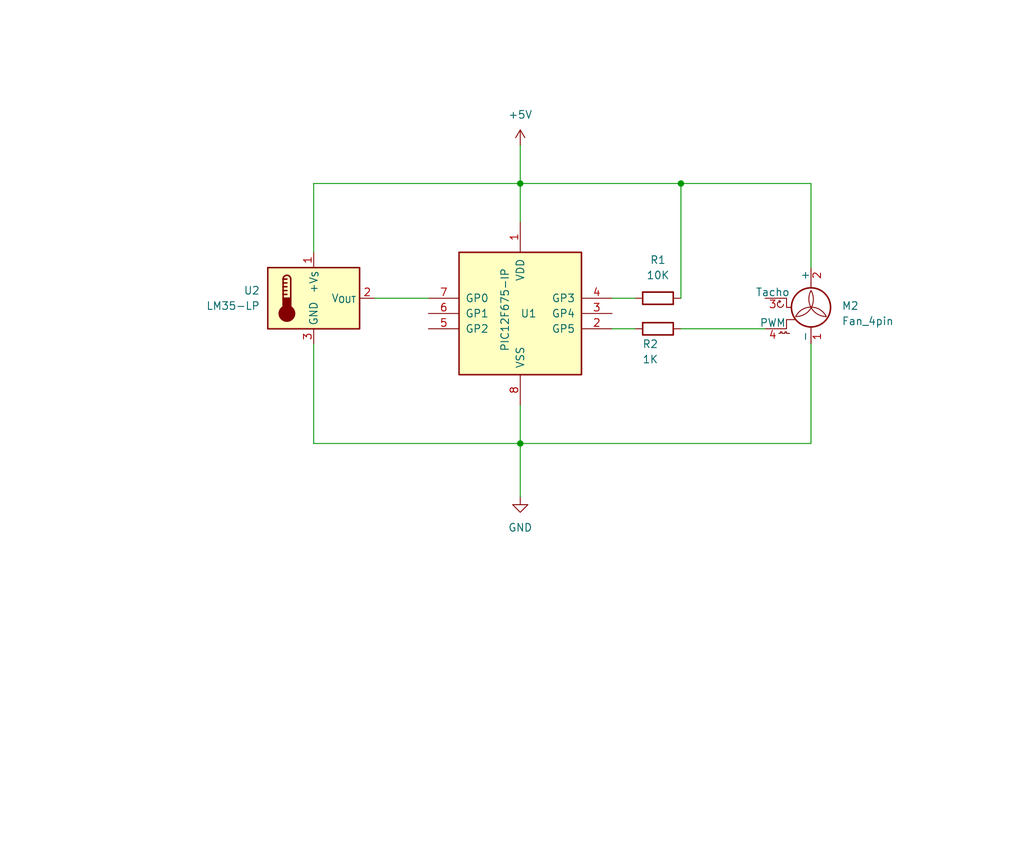
<source format=kicad_sch>
(kicad_sch (version 20230121) (generator eeschema)
  (paper "User" 170.002 140.005)
  (title_block (title "PIC12F675 PWM with  4-wire Cooler and LM35") (company "Ricardo Lima Caratti") (comment 1 "Fiver Indicator wirh LM35  and LED using the PIC12F675. "))
  (lib_symbols
    (symbol "Device:R" (pin_numbers hide) (pin_names (offset 0))
      (property "Reference" "R" (at 2.032 0 90))
      (property "Value" "R" (at 0 0 90))
      (symbol "R_0_1"
        (rectangle (start -1.016 -2.54) (end 1.016 2.54) (stroke (width 0.254)))
      )
      (symbol "R_1_1"
        (pin passive line (at 0 3.81 270) (length 1.27) (name "~") (number "1"))
        (pin passive line (at 0 -3.81 90) (length 1.27) (name "~") (number "2"))
      )
    )
    (symbol "MCU_Microchip_PIC12:PIC12F675-IP" (pin_names (offset 1.016))
      (property "Reference" "U" (at 1.27 13.97 0))
      (property "Value" "PIC12F675-IP" (at 1.27 11.43 0))
      (symbol "PIC12F675-IP_0_1"
        (rectangle (start 10.16 -10.16) (end -10.16 10.16) (stroke (width 0.254)) (fill (type background)))
      )
      (symbol "PIC12F675-IP_1_1"
        (pin power_in line (at 0 15.24 270) (length 5.08) (name "VDD") (number "1"))
        (pin bidirectional line (at 15.24 -2.54 180) (length 5.08) (name "GP5") (number "2"))
        (pin bidirectional line (at 15.24 0 180) (length 5.08) (name "GP4") (number "3"))
        (pin input line (at 15.24 2.54 180) (length 5.08) (name "GP3") (number "4"))
        (pin bidirectional line (at -15.24 -2.54 0) (length 5.08) (name "GP2") (number "5"))
        (pin bidirectional line (at -15.24 0 0) (length 5.08) (name "GP1") (number "6"))
        (pin bidirectional line (at -15.24 2.54 0) (length 5.08) (name "GP0") (number "7"))
        (pin power_in line (at 0 -15.24 90) (length 5.08) (name "VSS") (number "8"))
      )
    )
    (symbol "Motor:Fan_4pin" (pin_names (offset 0))
      (property "Reference" "M" (at 2.54 5.08 0))
      (property "Value" "Fan_4pin" (at 2.54 -2.54 0))
      (symbol "Fan_4pin_0_0"
        (arc (start -5.588 1.524) (mid -5.08 1.0182) (end -4.572 1.524))
        (arc (start -5.08 2.032) (mid -5.4392 1.8832) (end -5.588 1.524))
        (polyline (pts (xy -5.08 2.032) (xy -5.334 2.159)))
        (polyline (pts (xy -5.08 2.032) (xy -5.207 1.778)))
        (polyline (pts (xy -4.064 2.54) (xy -4.064 1.016) (xy -3.302 1.016)))
      )
      (symbol "Fan_4pin_0_1"
        (arc (start -2.54 -0.508) (mid 0.0028 0.9121) (end 0 3.81))
        (polyline (pts (xy -4.064 2.54) (xy -5.08 2.54)))
        (polyline (pts (xy 0 -5.08) (xy 0 -4.572)))
        (polyline (pts (xy 0 -2.2352) (xy 0 -2.6416)))
        (polyline (pts (xy 0 4.2672) (xy 0 4.6228)))
        (polyline (pts (xy 0 4.572) (xy 0 5.08)))
        (polyline (pts (xy -2.54 -1.016) (xy -4.064 -1.016) (xy -4.064 -2.54) (xy -5.08 -2.54)))
        (polyline (pts (xy -5.334 -3.302) (xy -5.08 -3.302) (xy -5.08 -3.048) (xy -4.826 -3.048) (xy -4.826 -3.302) (xy -4.318 -3.302) (xy -4.318 -3.048) (xy -4.064 -3.048) (xy -4.064 -3.302) (xy -3.556 -3.302)))
        (circle (center 0 1.016) (radius 3.2512) (stroke (width 0.254)))
        (arc (start 0 3.81) (mid 0.053 0.921) (end 2.54 -0.508))
        (arc (start 2.54 -0.508) (mid 0 1.0618) (end -2.54 -0.508))
      )
      (symbol "Fan_4pin_1_1"
        (pin passive line (at 0 -5.08 90) (length 2.54) (name "-") (number "1"))
        (pin passive line (at 0 7.62 270) (length 2.54) (name "+") (number "2"))
        (pin passive line (at -7.62 2.54 0) (length 2.54) (name "Tacho") (number "3"))
        (pin input line (at -7.62 -2.54 0) (length 2.54) (name "PWM") (number "4"))
      )
    )
    (symbol "Sensor_Temperature:LM35-LP"
      (property "Reference" "U" (at -6.35 6.35 0))
      (property "Value" "LM35-LP" (at 1.27 6.35 0))
      (symbol "LM35-LP_0_1"
        (rectangle (start -7.62 5.08) (end 7.62 -5.08) (stroke (width 0.254)) (fill (type background)))
        (circle (center -4.445 -2.54) (radius 1.27) (stroke (width 0.254)) (fill (type outline)))
        (rectangle (start -3.81 -1.905) (end -5.08 0) (stroke (width 0.254)) (fill (type outline)))
        (arc (start -3.81 3.175) (mid -4.445 3.8073) (end -5.08 3.175) (stroke (width 0.254)))
        (polyline (pts (xy -5.08 0.635) (xy -4.445 0.635)) (stroke (width 0.254)))
        (polyline (pts (xy -5.08 1.27) (xy -4.445 1.27)) (stroke (width 0.254)))
        (polyline (pts (xy -5.08 1.905) (xy -4.445 1.905)) (stroke (width 0.254)))
        (polyline (pts (xy -5.08 2.54) (xy -4.445 2.54)) (stroke (width 0.254)))
        (polyline (pts (xy -5.08 3.175) (xy -5.08 0)) (stroke (width 0.254)))
        (polyline (pts (xy -5.08 3.175) (xy -4.445 3.175)) (stroke (width 0.254)))
        (polyline (pts (xy -3.81 3.175) (xy -3.81 0)) (stroke (width 0.254)))
      )
      (symbol "LM35-LP_1_1"
        (pin power_in line (at 0 7.62 270) (length 2.54) (name "+V_{S}") (number "1"))
        (pin output line (at 10.16 0 180) (length 2.54) (name "V_{OUT}") (number "2"))
        (pin power_in line (at 0 -7.62 90) (length 2.54) (name "GND") (number "3"))
      )
    )
    (symbol "power:+5V" (power) (pin_names (offset 0))
      (property "Value" "+5V" (at 0 3.556 0))
      (symbol "+5V_0_1"
        (polyline (pts (xy -0.762 1.27) (xy 0 2.54)))
        (polyline (pts (xy 0 0) (xy 0 2.54)))
        (polyline (pts (xy 0 2.54) (xy 0.762 1.27)))
      )
      (symbol "+5V_1_1"
        (pin power_in line (at 0 0 90) (length 0) hide (name "+5V") (number "1"))
      )
    )
    (symbol "power:GND" (power) (pin_names (offset 0))
      (property "Value" "GND" (at 0 -3.81 0))
      (symbol "GND_0_1"
        (polyline (pts (xy 0 0) (xy 0 -1.27) (xy 1.27 -1.27) (xy 0 -2.54) (xy -1.27 -1.27) (xy 0 -1.27)))
      )
      (symbol "GND_1_1"
        (pin power_in line (at 0 0 270) (length 0) hide (name "GND") (number "1"))
      )
    )
  )
  (junction (at 86.36 30.48))
  (junction (at 86.36 73.66))
  (junction (at 113.03 30.48))
  (wire (pts (xy 86.36 73.66) (xy 86.36 82.55)))
  (wire (pts (xy 86.36 30.48) (xy 86.36 36.83)))
  (wire (pts (xy 52.07 57.15) (xy 52.07 73.66)))
  (wire (pts (xy 86.36 73.66) (xy 134.62 73.66)))
  (wire (pts (xy 134.62 57.15) (xy 134.62 73.66)))
  (wire (pts (xy 101.6 54.61) (xy 105.41 54.61)))
  (wire (pts (xy 86.36 67.31) (xy 86.36 73.66)))
  (wire (pts (xy 52.07 73.66) (xy 86.36 73.66)))
  (wire (pts (xy 134.62 44.45) (xy 134.62 30.48)))
  (wire (pts (xy 134.62 30.48) (xy 113.03 30.48)))
  (wire (pts (xy 113.03 30.48) (xy 86.36 30.48)))
  (wire (pts (xy 62.23 49.53) (xy 71.12 49.53)))
  (wire (pts (xy 52.07 41.91) (xy 52.07 30.48)))
  (wire (pts (xy 52.07 30.48) (xy 86.36 30.48)))
  (wire (pts (xy 101.6 49.53) (xy 105.41 49.53)))
  (wire (pts (xy 113.03 49.53) (xy 113.03 30.48)))
  (wire (pts (xy 86.36 24.13) (xy 86.36 30.48)))
  (wire (pts (xy 113.03 54.61) (xy 127 54.61)))
  (symbol (lib_id "power:+5V") (at 86.36 24.13 0) (unit 1)
    (property "Reference" "#PWR01" (effects hide))
    (property "Value" "+5V" (at 86.36 19.05 0))
  )
  (symbol (lib_id "Motor:Fan_4pin") (at 134.62 52.07 0) (unit 1)
    (property "Reference" "M2" (at 139.7 50.8 0) (effects (justify left)))
    (property "Value" "Fan_4pin" (at 139.7 53.34 0) (effects (justify left)))
    (property "Datasheet" "http://www.formfactors.org/developer%5Cspecs%5Crev1_2_public.pdf" (effects hide))
  )
  (symbol (lib_id "MCU_Microchip_PIC12:PIC12F675-IP") (at 86.36 52.07 0) (unit 1)
    (property "Reference" "U1" (at 86.36 52.07 0) (effects (justify left)))
    (property "Value" "PIC12F675-IP" (at 83.82 58.42 90) (effects (justify left)))
    (property "Footprint" "Package_DIP:DIP-8_W7.62mm" (effects hide))
    (property "Datasheet" "http://ww1.microchip.com/downloads/en/DeviceDoc/41190G.pdf" (effects hide))
  )
  (symbol (lib_id "Device:R") (at 109.22 49.53 90) (unit 1)
    (property "Reference" "R1" (at 109.22 43.18 90))
    (property "Value" "10K" (at 109.22 45.72 90))
  )
  (symbol (lib_id "Sensor_Temperature:LM35-LP") (at 52.07 49.53 0) (unit 1)
    (property "Reference" "U2" (at 43.18 48.26 0) (effects (justify right)))
    (property "Value" "LM35-LP" (at 43.18 50.8 0) (effects (justify right)))
    (property "Footprint" "Package_TO_SOT_THT:TO-92_Inline" (effects hide))
    (property "Datasheet" "http://www.ti.com/lit/ds/symlink/lm35.pdf" (effects hide))
  )
  (symbol (lib_id "Device:R") (at 109.22 54.61 90) (unit 1)
    (property "Reference" "R2" (at 107.95 57.15 90))
    (property "Value" "1K" (at 107.95 59.69 90))
  )
  (symbol (lib_id "power:GND") (at 86.36 82.55 0) (unit 1)
    (property "Reference" "#PWR02" (effects hide))
    (property "Value" "GND" (at 86.36 87.63 0))
  )
)
</source>
